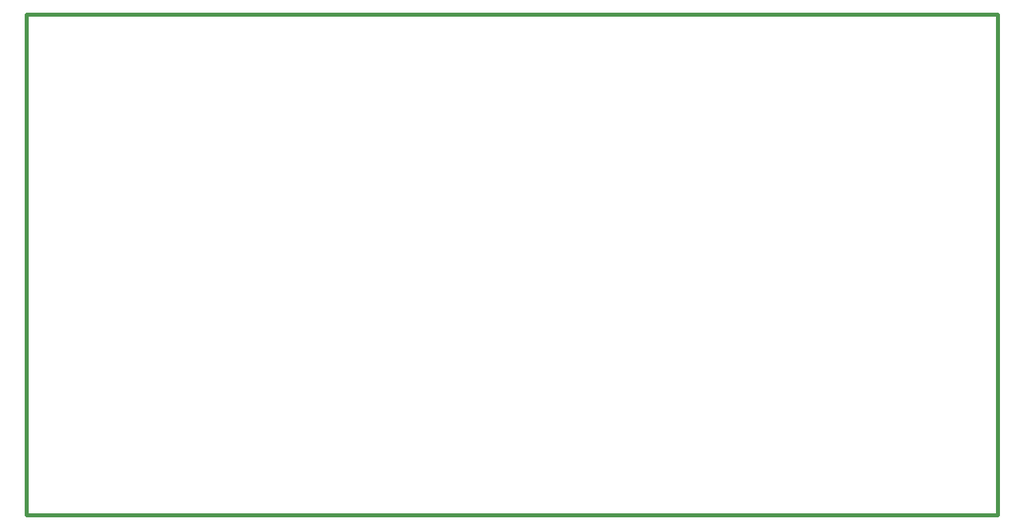
<source format=gko>
%FSLAX25Y25*%
%MOIN*%
G70*
G01*
G75*
G04 Layer_Color=16711935*
%ADD10C,0.04000*%
%ADD11C,0.02500*%
%ADD12C,0.04500*%
%ADD13C,0.03000*%
%ADD14C,0.03500*%
%ADD15C,0.13000*%
%ADD16R,0.11811X0.11811*%
%ADD17C,0.11811*%
%ADD18C,0.15000*%
%ADD19C,0.12000*%
%ADD20C,0.06000*%
%ADD21C,0.07284*%
%ADD22R,0.07284X0.07284*%
%ADD23C,0.07500*%
%ADD24C,0.07087*%
%ADD25C,0.06800*%
%ADD26C,0.07000*%
%ADD27R,0.07874X0.07874*%
%ADD28C,0.07874*%
%ADD29C,0.01000*%
%ADD30C,0.02000*%
%ADD31C,0.00787*%
%ADD32C,0.01200*%
%ADD33R,0.03150X0.11024*%
%ADD34C,0.13800*%
%ADD35R,0.12611X0.12611*%
%ADD36C,0.12611*%
%ADD37C,0.15800*%
%ADD38C,0.12800*%
%ADD39C,0.08083*%
%ADD40R,0.08083X0.08083*%
%ADD41C,0.08300*%
%ADD42C,0.07887*%
%ADD43C,0.07600*%
%ADD44C,0.07800*%
%ADD45R,0.08674X0.08674*%
%ADD46C,0.08674*%
%ADD47C,0.01969*%
%ADD48C,0.01600*%
%ADD49C,0.02200*%
D30*
X0Y0D02*
X485000D01*
Y250000D01*
X0D02*
X485000D01*
X0Y0D02*
Y250000D01*
M02*

</source>
